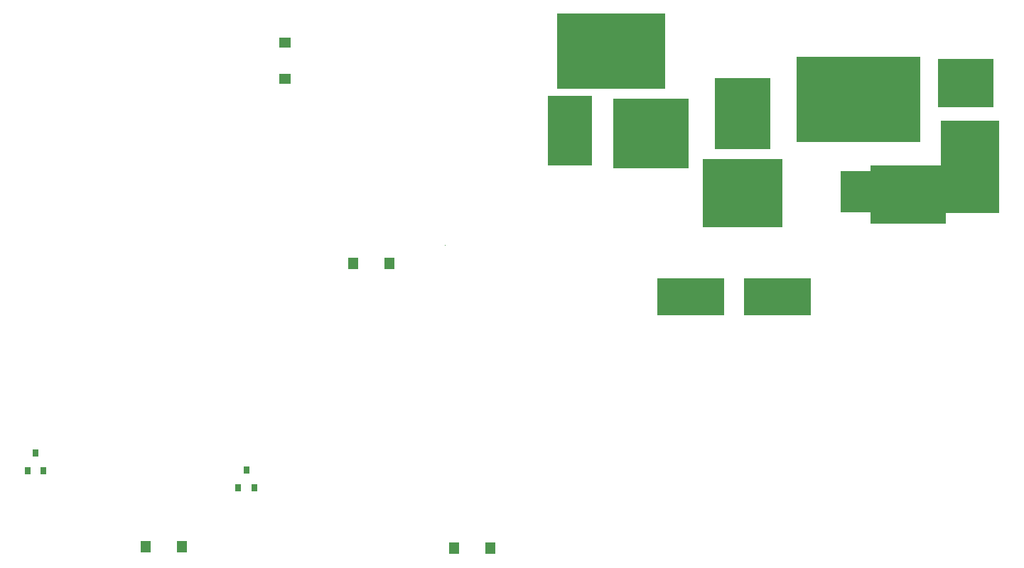
<source format=gbp>
G04 MADE WITH FRITZING*
G04 WWW.FRITZING.ORG*
G04 DOUBLE SIDED*
G04 HOLES PLATED*
G04 CONTOUR ON CENTER OF CONTOUR VECTOR*
%ASAXBY*%
%FSLAX23Y23*%
%MOIN*%
%OFA0B0*%
%SFA1.0B1.0*%
%ADD10R,0.507303X0.355262*%
%ADD11R,0.376000X0.321422*%
%ADD12R,0.355283X0.327647*%
%ADD13R,0.277308X0.433071*%
%ADD14R,0.154482X0.196850*%
%ADD15R,0.050000X0.057874*%
%ADD16R,0.057874X0.050000*%
%ADD17R,0.000276X0.000276*%
%ADD18R,0.031496X0.035433*%
%ADD19R,0.580076X0.403592*%
%ADD20R,0.354331X0.275590*%
%ADD21R,0.314961X0.172834*%
%ADD22R,0.209056X0.325833*%
%ADD23R,0.260928X0.336956*%
%ADD24R,0.258970X0.229744*%
%ADD25R,0.001000X0.001000*%
%LNPASTEMASK0*%
G90*
G70*
G54D10*
X4597Y2789D03*
G54D11*
X5212Y2121D03*
G54D12*
X4784Y2404D03*
G54D13*
X6281Y2247D03*
G54D14*
X5749Y2129D03*
G54D15*
X4029Y455D03*
X3859Y455D03*
G54D16*
X3066Y2829D03*
X3066Y2660D03*
G54D15*
X3387Y1794D03*
X3556Y1794D03*
X2582Y463D03*
X2412Y463D03*
G54D17*
X3820Y1875D03*
G54D18*
X2923Y738D03*
X2848Y738D03*
X2885Y821D03*
X1934Y820D03*
X1860Y820D03*
X1897Y903D03*
G54D19*
X5756Y2562D03*
G54D20*
X5991Y2117D03*
G54D21*
X5375Y1636D03*
X4971Y1636D03*
G54D22*
X4404Y2417D03*
G54D23*
X5212Y2495D03*
G54D24*
X6261Y2640D03*
G54D25*
D02*
G04 End of PasteMask0*
M02*
</source>
